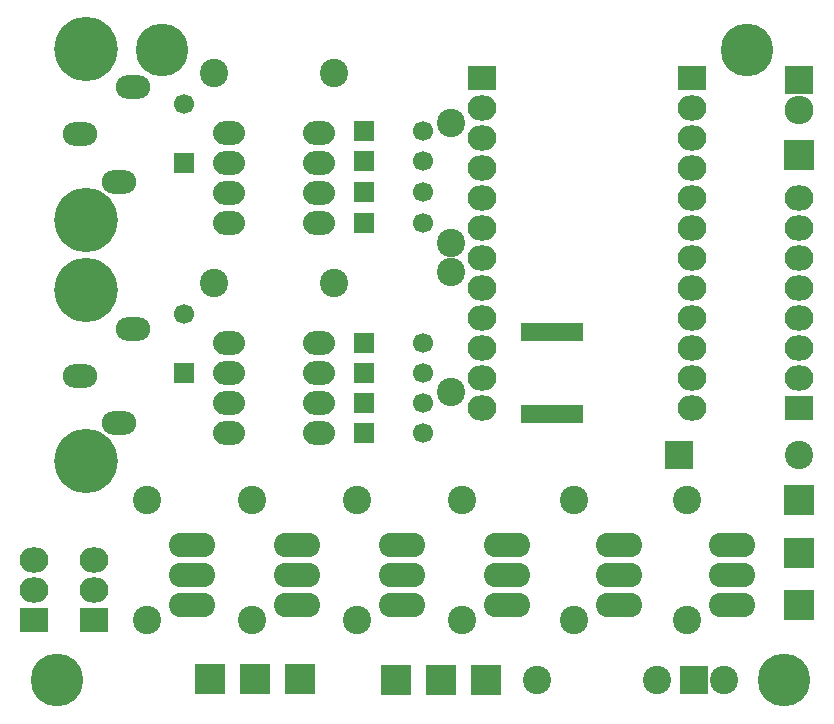
<source format=gbs>
G04 #@! TF.FileFunction,Soldermask,Bot*
%FSLAX46Y46*%
G04 Gerber Fmt 4.6, Leading zero omitted, Abs format (unit mm)*
G04 Created by KiCad (PCBNEW 4.0.0-stable) date 12/21/2015 3:24:30 PM*
%MOMM*%
G01*
G04 APERTURE LIST*
%ADD10C,0.100000*%
%ADD11C,4.464000*%
%ADD12R,2.635200X2.635200*%
%ADD13R,2.432000X2.127200*%
%ADD14O,2.432000X2.127200*%
%ADD15R,1.700000X1.700000*%
%ADD16C,1.700000*%
%ADD17C,2.398980*%
%ADD18R,2.398980X2.398980*%
%ADD19R,2.432000X2.432000*%
%ADD20O,2.432000X2.432000*%
%ADD21O,2.700000X2.000000*%
%ADD22R,0.800000X1.600000*%
%ADD23O,2.900000X2.000000*%
%ADD24O,5.400000X5.400000*%
%ADD25O,3.900120X2.099260*%
%ADD26R,2.400000X2.400000*%
%ADD27C,2.400000*%
G04 APERTURE END LIST*
D10*
D11*
X150495000Y-128270000D03*
X88900000Y-128270000D03*
D12*
X101911143Y-128163701D03*
D11*
X97790000Y-74930000D03*
D13*
X124894362Y-77305728D03*
D14*
X124894362Y-79845728D03*
X124894362Y-82385728D03*
X124894362Y-84925728D03*
X124894362Y-87465728D03*
X124894362Y-90005728D03*
X124894362Y-92545728D03*
X124894362Y-95085728D03*
X124894362Y-97625728D03*
X124894362Y-100165728D03*
X124894362Y-102705728D03*
X124894362Y-105245728D03*
D13*
X142674362Y-77305728D03*
D14*
X142674362Y-92545728D03*
X142674362Y-95085728D03*
X142674362Y-90005728D03*
X142674362Y-97625728D03*
X142674362Y-84925728D03*
X142674362Y-82385728D03*
X142674362Y-79845728D03*
X142674362Y-87465728D03*
X142674362Y-102705728D03*
X142674362Y-100165728D03*
X142674362Y-105245728D03*
D15*
X114935000Y-89535000D03*
D16*
X119935000Y-89535000D03*
D15*
X114935000Y-107315000D03*
D16*
X119935000Y-107315000D03*
D15*
X114905000Y-81735000D03*
D16*
X119905000Y-81735000D03*
D15*
X114905000Y-99695000D03*
D16*
X119905000Y-99695000D03*
D15*
X114935000Y-86931500D03*
D16*
X119935000Y-86931500D03*
D15*
X114935000Y-104775000D03*
D16*
X119935000Y-104775000D03*
D15*
X99695000Y-84455000D03*
D16*
X99695000Y-79455000D03*
D15*
X99695000Y-102235000D03*
D16*
X99695000Y-97235000D03*
D17*
X151765000Y-109220000D03*
D18*
X141605000Y-109220000D03*
D12*
X117663459Y-128195719D03*
X121473459Y-128195719D03*
X105721143Y-128163701D03*
X125283459Y-128195719D03*
X109531143Y-128163701D03*
D13*
X86995000Y-123190000D03*
D14*
X86995000Y-120650000D03*
X86995000Y-118110000D03*
D13*
X92075000Y-123190000D03*
D14*
X92075000Y-120650000D03*
X92075000Y-118110000D03*
D12*
X151765000Y-121920000D03*
X151765000Y-113030000D03*
X151765000Y-117475000D03*
X151765000Y-83820000D03*
D13*
X151765000Y-105245728D03*
D14*
X151765000Y-102705728D03*
X151765000Y-100165728D03*
X151765000Y-97625728D03*
X151765000Y-95085728D03*
X151765000Y-92545728D03*
X151765000Y-90005728D03*
X151765000Y-87465728D03*
D17*
X122305000Y-91215000D03*
X122305000Y-81055000D03*
X122305000Y-93735000D03*
X122305000Y-103895000D03*
X112395000Y-76835000D03*
X102235000Y-76835000D03*
X112395000Y-94615000D03*
X102235000Y-94615000D03*
X129540000Y-128270000D03*
X139700000Y-128270000D03*
X123190000Y-123190000D03*
X123190000Y-113030000D03*
X96520000Y-123190000D03*
X96520000Y-113030000D03*
X132715000Y-123190000D03*
X132715000Y-113030000D03*
X105410000Y-123190000D03*
X105410000Y-113030000D03*
X142240000Y-123190000D03*
X142240000Y-113030000D03*
X114300000Y-123190000D03*
X114300000Y-113030000D03*
D19*
X151765000Y-77470000D03*
D20*
X151765000Y-80010000D03*
D21*
X103505000Y-81915000D03*
X103505000Y-84455000D03*
X103505000Y-86995000D03*
X103505000Y-89535000D03*
X111125000Y-89535000D03*
X111125000Y-86995000D03*
X111125000Y-84455000D03*
X111125000Y-81915000D03*
X103505000Y-99695000D03*
X103505000Y-102235000D03*
X103505000Y-104775000D03*
X103505000Y-107315000D03*
X111125000Y-107315000D03*
X111125000Y-104775000D03*
X111125000Y-102235000D03*
X111125000Y-99695000D03*
D22*
X133085000Y-105685000D03*
X132435000Y-105685000D03*
X131785000Y-105685000D03*
X131135000Y-105685000D03*
X130485000Y-105685000D03*
X129835000Y-105685000D03*
X129185000Y-105685000D03*
X128535000Y-105685000D03*
X128535000Y-98785000D03*
X129185000Y-98785000D03*
X129835000Y-98785000D03*
X130485000Y-98785000D03*
X131135000Y-98785000D03*
X131785000Y-98785000D03*
X132435000Y-98785000D03*
X133085000Y-98785000D03*
D23*
X94143607Y-86035000D03*
X95393607Y-78035000D03*
D24*
X91393607Y-74785000D03*
X91393607Y-89285000D03*
D23*
X90893607Y-82035000D03*
X94143607Y-106482355D03*
X95393607Y-98482355D03*
D24*
X91393607Y-95232355D03*
X91393607Y-109732355D03*
D23*
X90893607Y-102482355D03*
D25*
X100330000Y-119380000D03*
X100330000Y-116840000D03*
X100330000Y-121920000D03*
X109220000Y-119380000D03*
X109220000Y-116840000D03*
X109220000Y-121920000D03*
X118110000Y-119380000D03*
X118110000Y-116840000D03*
X118110000Y-121920000D03*
X127000000Y-119380000D03*
X127000000Y-116840000D03*
X127000000Y-121920000D03*
X136525000Y-119380000D03*
X136525000Y-116840000D03*
X136525000Y-121920000D03*
X146050000Y-119380000D03*
X146050000Y-116840000D03*
X146050000Y-121920000D03*
D11*
X147320000Y-74930000D03*
D15*
X114905000Y-84335000D03*
D16*
X119905000Y-84335000D03*
D15*
X114905000Y-102235000D03*
D16*
X119905000Y-102235000D03*
D26*
X142875000Y-128270000D03*
D27*
X145415000Y-128270000D03*
M02*

</source>
